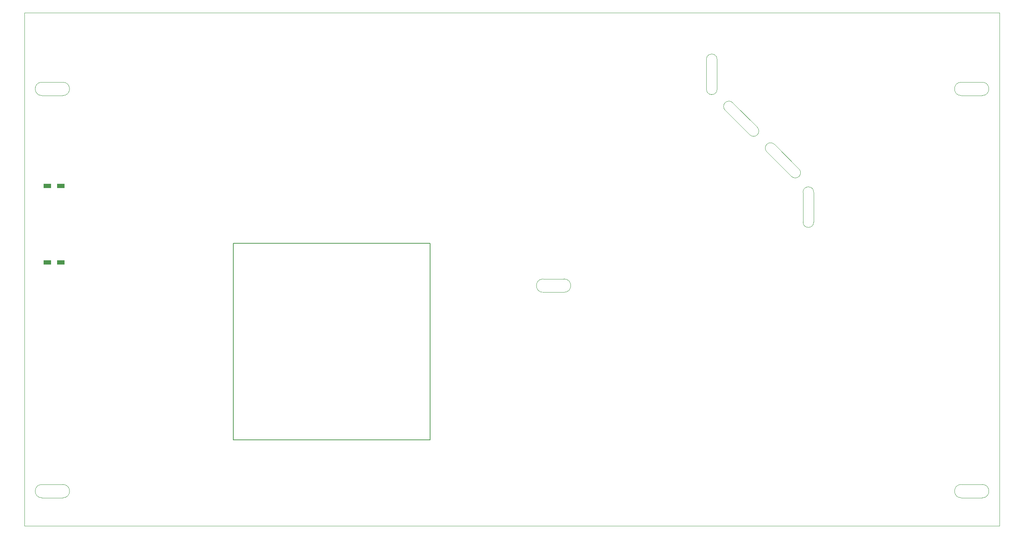
<source format=gko>
G04*
G04 #@! TF.GenerationSoftware,Altium Limited,Altium Designer,23.1.1 (15)*
G04*
G04 Layer_Color=16711935*
%FSLAX44Y44*%
%MOMM*%
G71*
G04*
G04 #@! TF.SameCoordinates,5873BA87-B4A8-4489-8BBC-5F2359CC4874*
G04*
G04*
G04 #@! TF.FilePolarity,Positive*
G04*
G01*
G75*
%ADD12C,0.1270*%
%ADD23C,0.0254*%
%ADD24C,0.1020*%
%ADD25C,0.1016*%
G36*
X63468Y635130D02*
Y625130D01*
X45468D01*
Y635130D01*
X63468D01*
D02*
G37*
G36*
X95468D02*
Y625130D01*
X77468D01*
Y635130D01*
X95468D01*
D02*
G37*
G36*
X63468Y817630D02*
Y807630D01*
X45468D01*
Y817630D01*
X63468D01*
D02*
G37*
G36*
X95468D02*
Y807630D01*
X77468D01*
Y817630D01*
X95468D01*
D02*
G37*
D12*
X968042Y205674D02*
Y675574D01*
X498041Y675674D02*
X968042D01*
X498041Y205674D02*
Y675574D01*
Y205674D02*
Y205774D01*
Y205674D02*
X968042D01*
D23*
X2286508Y1028956D02*
G03*
X2286508Y1060956I0J16000D01*
G01*
X2236508D02*
G03*
X2236508Y1028956I0J-16000D01*
G01*
X41294Y1060954D02*
G03*
X41294Y1028954I0J-16000D01*
G01*
X91294D02*
G03*
X91294Y1060954I0J16000D01*
G01*
X2286628Y67290D02*
G03*
X2286628Y99290I0J16000D01*
G01*
X2236628D02*
G03*
X2236628Y67290I0J-16000D01*
G01*
X41338Y99271D02*
G03*
X41338Y67271I0J-16000D01*
G01*
X91338D02*
G03*
X91338Y99271I0J16000D01*
G01*
X1288135Y558551D02*
G03*
X1288135Y590551I0J16000D01*
G01*
X1238135D02*
G03*
X1238135Y558551I0J-16000D01*
G01*
X1884172Y798068D02*
G03*
X1858772Y798068I-12700J0D01*
G01*
Y726440D02*
G03*
X1884172Y726440I12700J0D01*
G01*
X1790296Y912445D02*
G03*
X1772322Y894498I-8994J-8967D01*
G01*
X1831250Y835570D02*
G03*
X1849210Y853530I8980J8980D01*
G01*
X1731682Y935138D02*
G03*
X1749642Y953098I8980J8980D01*
G01*
X1690728Y1012013D02*
G03*
X1672754Y994066I-8994J-8967D01*
G01*
X1628140Y1043940D02*
G03*
X1653540Y1043940I12700J0D01*
G01*
Y1115568D02*
G03*
X1628140Y1115568I-12700J0D01*
G01*
X2236508Y1028956D02*
X2286508D01*
X2236508Y1060956D02*
X2286508D01*
X41294Y1060954D02*
X91294D01*
X41294Y1028954D02*
X91294D01*
X2236628Y67290D02*
X2286628D01*
X2236628Y99290D02*
X2286628D01*
X41338Y99271D02*
X91338D01*
X41338Y67271D02*
X91338D01*
X1238135Y558551D02*
X1288135D01*
X1238135Y590551D02*
X1288135D01*
X1858772Y726440D02*
Y798068D01*
X1884172Y726440D02*
Y798068D01*
X1790282Y912458D02*
X1849210Y853530D01*
X1772322Y894498D02*
X1831250Y835570D01*
X1672754Y994066D02*
X1731682Y935138D01*
X1690714Y1012026D02*
X1749642Y953098D01*
X1653540Y1043940D02*
Y1115568D01*
X1628140Y1043940D02*
Y1115568D01*
D24*
X-1Y1226566D02*
X2327910Y1226566D01*
D25*
X2327910Y0D01*
X-1Y1226566D02*
X0Y0D01*
X2327910D01*
M02*

</source>
